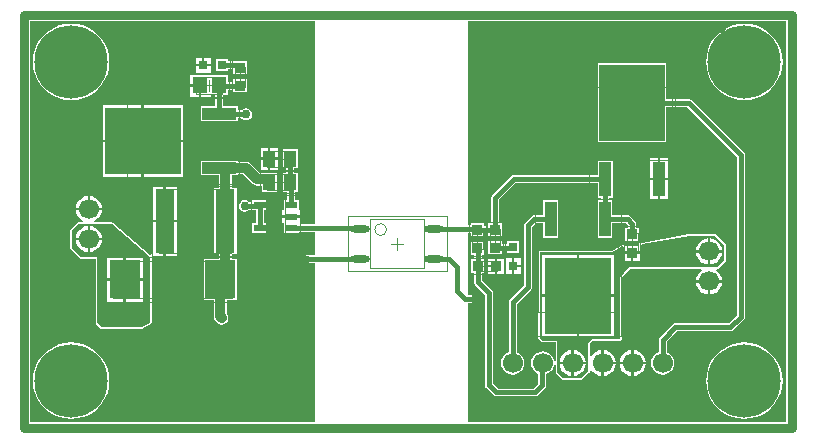
<source format=gtl>
G04*
G04 #@! TF.GenerationSoftware,Altium Limited,Altium Designer,18.1.11 (251)*
G04*
G04 Layer_Physical_Order=1*
G04 Layer_Color=255*
%FSLAX25Y25*%
%MOIN*%
G70*
G01*
G75*
%ADD13C,0.00197*%
%ADD15C,0.00650*%
%ADD16C,0.03000*%
%ADD17C,0.00394*%
%ADD18R,0.04134X0.02362*%
%ADD19R,0.03937X0.05315*%
%ADD20R,0.03543X0.03347*%
%ADD21R,0.03150X0.03150*%
%ADD22R,0.10197X0.12756*%
%ADD23R,0.11811X0.03937*%
%ADD24R,0.25197X0.21850*%
%ADD25R,0.06496X0.21260*%
%ADD26R,0.05118X0.05709*%
%ADD27O,0.06496X0.02362*%
%ADD28R,0.03150X0.03150*%
%ADD29R,0.03937X0.11811*%
%ADD30R,0.21850X0.25197*%
%ADD31R,0.03347X0.03543*%
%ADD48C,0.03200*%
%ADD49C,0.01600*%
%ADD50C,0.24410*%
%ADD51C,0.06693*%
%ADD52C,0.02953*%
G36*
X97097Y67889D02*
X92475D01*
X92240Y68291D01*
Y70073D01*
X89173D01*
X86106D01*
Y68291D01*
X86606D01*
Y65051D01*
X91740D01*
Y65238D01*
X97097D01*
Y57743D01*
X94624D01*
X94116Y57642D01*
X93686Y57355D01*
X93572Y57240D01*
X93493Y57225D01*
X93063Y56937D01*
X92775Y56507D01*
X92674Y56000D01*
X92775Y55493D01*
X93063Y55063D01*
X93493Y54775D01*
X94000Y54675D01*
X94206D01*
X94713Y54775D01*
X95144Y55063D01*
X95173Y55092D01*
X97097D01*
Y2039D01*
X2039D01*
Y135756D01*
X97097D01*
Y67889D01*
D02*
G37*
G36*
X253866Y2039D02*
X148179D01*
Y41756D01*
X150092D01*
X150500Y41675D01*
X151007Y41775D01*
X151437Y42063D01*
X151725Y42493D01*
X151825Y43000D01*
X151725Y43507D01*
X151437Y43937D01*
X151356Y44018D01*
X150926Y44306D01*
X150419Y44407D01*
X148179D01*
Y65092D01*
X148909D01*
Y63870D01*
X153453D01*
Y64816D01*
X154815D01*
Y63968D01*
X159358D01*
Y68315D01*
X158412D01*
Y76223D01*
X163935Y81745D01*
X191272D01*
Y76665D01*
X192375D01*
Y75894D01*
X191193D01*
Y63083D01*
X196130D01*
Y68163D01*
X200829D01*
X201430Y67561D01*
Y66740D01*
X200484D01*
Y62394D01*
X205028D01*
Y66740D01*
X204081D01*
Y68110D01*
X203980Y68617D01*
X203693Y69047D01*
X202315Y70425D01*
X201885Y70713D01*
X201378Y70814D01*
X196130D01*
Y75894D01*
X195026D01*
Y76665D01*
X196209D01*
Y89476D01*
X191272D01*
Y84396D01*
X163386D01*
X162879Y84295D01*
X162449Y84008D01*
X156149Y77709D01*
X155862Y77279D01*
X155761Y76772D01*
Y68315D01*
X154815D01*
Y67467D01*
X153453D01*
Y68217D01*
X148909D01*
Y67743D01*
X148179D01*
Y135756D01*
X253866D01*
Y2039D01*
D02*
G37*
%LPC*%
G36*
X62276Y123575D02*
X60101D01*
Y121400D01*
X62276D01*
Y123575D01*
D02*
G37*
G36*
X59301D02*
X57126D01*
Y121400D01*
X59301D01*
Y123575D01*
D02*
G37*
G36*
X68075Y123075D02*
X63925D01*
Y118925D01*
X68075D01*
Y119675D01*
X69728D01*
Y117929D01*
X74272D01*
Y122276D01*
X71255D01*
X71127Y122301D01*
X70098D01*
X69975Y122326D01*
X68075D01*
Y123075D01*
D02*
G37*
G36*
X62276Y120600D02*
X57126D01*
Y118528D01*
X57126Y118425D01*
X56879Y118028D01*
X55102D01*
Y114573D01*
X58661D01*
Y114173D01*
X59061D01*
Y110319D01*
X62221D01*
Y110819D01*
X63635D01*
Y107153D01*
X58555D01*
Y102216D01*
X71366D01*
Y103267D01*
X72447D01*
X72575Y103075D01*
X73229Y102638D01*
X74000Y102485D01*
X74771Y102638D01*
X75425Y103075D01*
X75862Y103729D01*
X76015Y104500D01*
X75862Y105271D01*
X75425Y105925D01*
X74771Y106362D01*
X74000Y106515D01*
X73229Y106362D01*
X72575Y105925D01*
X72571Y105918D01*
X71366D01*
Y107153D01*
X66286D01*
Y110819D01*
X68020D01*
Y112674D01*
X69728D01*
Y111827D01*
X74272D01*
Y116173D01*
X69728D01*
Y115325D01*
X68020D01*
Y117528D01*
X62574D01*
X62334Y117768D01*
X62230Y118028D01*
X62276Y118425D01*
X62276Y118505D01*
Y120600D01*
D02*
G37*
G36*
X58261Y113773D02*
X55102D01*
Y110319D01*
X58261D01*
Y113773D01*
D02*
G37*
G36*
X15748Y134791D02*
X13754Y134634D01*
X11810Y134168D01*
X9962Y133402D01*
X8257Y132357D01*
X6737Y131059D01*
X5438Y129538D01*
X4393Y127833D01*
X3628Y125985D01*
X3161Y124041D01*
X3004Y122047D01*
X3161Y120054D01*
X3628Y118109D01*
X4393Y116262D01*
X5438Y114557D01*
X6737Y113036D01*
X8257Y111737D01*
X9962Y110692D01*
X11810Y109927D01*
X13754Y109460D01*
X15748Y109303D01*
X17742Y109460D01*
X19686Y109927D01*
X21534Y110692D01*
X23239Y111737D01*
X24759Y113036D01*
X26058Y114557D01*
X27103Y116262D01*
X27868Y118109D01*
X28335Y120054D01*
X28492Y122047D01*
X28335Y124041D01*
X27868Y125985D01*
X27103Y127833D01*
X26058Y129538D01*
X24759Y131059D01*
X23239Y132357D01*
X21534Y133402D01*
X19686Y134168D01*
X17742Y134634D01*
X15748Y134791D01*
D02*
G37*
G36*
X53165Y107595D02*
X39967D01*
Y96069D01*
X53165D01*
Y107595D01*
D02*
G37*
G36*
X39167D02*
X25969D01*
Y96069D01*
X39167D01*
Y107595D01*
D02*
G37*
G36*
X84709Y93421D02*
X82140D01*
Y90164D01*
X84709D01*
Y93421D01*
D02*
G37*
G36*
X81340D02*
X78772D01*
Y90164D01*
X81340D01*
Y93421D01*
D02*
G37*
G36*
X84709Y89364D02*
X82140D01*
Y86106D01*
X84709D01*
Y89364D01*
D02*
G37*
G36*
X81340D02*
X78772D01*
Y86106D01*
X81340D01*
Y89364D01*
D02*
G37*
G36*
X53165Y95269D02*
X39967D01*
Y83744D01*
X53165D01*
Y95269D01*
D02*
G37*
G36*
X39167D02*
X25969D01*
Y83744D01*
X39167D01*
Y95269D01*
D02*
G37*
G36*
X71366Y89122D02*
X58555D01*
Y84185D01*
X64997D01*
Y80130D01*
X63390D01*
Y57870D01*
X64997D01*
Y56378D01*
X59902D01*
Y42622D01*
X63359D01*
Y37206D01*
X63522Y36387D01*
X63986Y35692D01*
X64071Y35608D01*
X64486Y34986D01*
X65181Y34522D01*
X66000Y34359D01*
X66819Y34522D01*
X67514Y34986D01*
X67978Y35681D01*
X68141Y36500D01*
Y36706D01*
X67978Y37526D01*
X67641Y38030D01*
Y42622D01*
X71098D01*
Y56378D01*
X69279D01*
Y57870D01*
X70886D01*
Y80130D01*
X69279D01*
Y84185D01*
X71366D01*
Y84512D01*
X73085D01*
X76217Y81381D01*
X76911Y80917D01*
X77731Y80753D01*
X79272D01*
Y78732D01*
X84209D01*
Y85047D01*
X79272D01*
Y85036D01*
X78618D01*
X75486Y88168D01*
X74791Y88632D01*
X73972Y88795D01*
X71366D01*
Y89122D01*
D02*
G37*
G36*
X22053Y77323D02*
Y73392D01*
X25985D01*
X25888Y74127D01*
X25450Y75184D01*
X24754Y76092D01*
X23845Y76789D01*
X22788Y77227D01*
X22053Y77323D01*
D02*
G37*
G36*
X21253D02*
X20519Y77227D01*
X19462Y76789D01*
X18554Y76092D01*
X17857Y75184D01*
X17419Y74127D01*
X17322Y73392D01*
X21253D01*
Y77323D01*
D02*
G37*
G36*
X91295Y92921D02*
X86358D01*
Y86606D01*
X87501D01*
Y85047D01*
X86358D01*
Y78732D01*
X87674D01*
Y75894D01*
X86606D01*
Y72654D01*
X86106D01*
Y70872D01*
X89173D01*
X92240D01*
Y72654D01*
X91740D01*
Y75894D01*
X90325D01*
Y78732D01*
X91295D01*
Y85047D01*
X90152D01*
Y86606D01*
X91295D01*
Y92921D01*
D02*
G37*
G36*
X51110Y80630D02*
X47262D01*
Y69400D01*
X51110D01*
Y80630D01*
D02*
G37*
G36*
X46462D02*
X42614D01*
Y69400D01*
X46462D01*
Y80630D01*
D02*
G37*
G36*
X25985Y72592D02*
X21654D01*
X17322D01*
X17419Y71858D01*
X17857Y70800D01*
X18554Y69892D01*
X19462Y69195D01*
X19834Y69041D01*
X19735Y68541D01*
X18000D01*
X18000Y68541D01*
X17617Y68383D01*
Y68383D01*
X15617Y66383D01*
X15459Y66000D01*
X15459Y66000D01*
Y60000D01*
X15617Y59617D01*
X18617Y56617D01*
X19000Y56459D01*
X19000Y56459D01*
X23959Y56459D01*
Y35000D01*
X23959Y35000D01*
X24117Y34617D01*
X24117Y34617D01*
X25624Y33111D01*
X25627Y33110D01*
X25629Y33106D01*
X25818Y33031D01*
X26006Y32952D01*
X26010Y32954D01*
X26013Y32952D01*
X39507Y33125D01*
X39626Y33177D01*
X39755Y33189D01*
X42255Y34523D01*
X42307Y34586D01*
X42383Y34617D01*
X42434Y34740D01*
X42518Y34842D01*
X42510Y34924D01*
X42541Y35000D01*
Y56900D01*
X42560Y57022D01*
X42650Y57129D01*
X42932Y57370D01*
X46462D01*
Y68600D01*
X42614D01*
Y57846D01*
X42114Y57620D01*
X29858Y68406D01*
X29677Y68468D01*
X29500Y68541D01*
X23572D01*
X23473Y69041D01*
X23845Y69195D01*
X24754Y69892D01*
X25450Y70800D01*
X25888Y71858D01*
X25985Y72592D01*
D02*
G37*
G36*
X73622Y76031D02*
X72851Y75877D01*
X72197Y75441D01*
X71760Y74787D01*
X71607Y74016D01*
X71760Y73245D01*
X72197Y72591D01*
X72851Y72154D01*
X73622Y72001D01*
X74393Y72154D01*
X75047Y72591D01*
X75179Y72789D01*
X75976D01*
Y72531D01*
X77218D01*
Y68413D01*
X75976D01*
Y65051D01*
X81110D01*
Y68413D01*
X79869D01*
Y72531D01*
X81110D01*
Y75894D01*
X75976D01*
Y75440D01*
X75048D01*
X75047Y75441D01*
X74393Y75877D01*
X73622Y76031D01*
D02*
G37*
G36*
X51110Y68600D02*
X47262D01*
Y57370D01*
X51110D01*
Y68600D01*
D02*
G37*
G36*
X15748Y28492D02*
X13754Y28335D01*
X11810Y27868D01*
X9962Y27103D01*
X8257Y26058D01*
X6737Y24759D01*
X5438Y23239D01*
X4393Y21534D01*
X3628Y19686D01*
X3161Y17742D01*
X3004Y15748D01*
X3161Y13754D01*
X3628Y11810D01*
X4393Y9962D01*
X5438Y8257D01*
X6737Y6737D01*
X8257Y5438D01*
X9962Y4393D01*
X11810Y3628D01*
X13754Y3161D01*
X15748Y3004D01*
X17742Y3161D01*
X19686Y3628D01*
X21534Y4393D01*
X23239Y5438D01*
X24759Y6737D01*
X26058Y8257D01*
X27103Y9962D01*
X27868Y11810D01*
X28335Y13754D01*
X28492Y15748D01*
X28335Y17742D01*
X27868Y19686D01*
X27103Y21534D01*
X26058Y23239D01*
X24759Y24759D01*
X23239Y26058D01*
X21534Y27103D01*
X19686Y27868D01*
X17742Y28335D01*
X15748Y28492D01*
D02*
G37*
%LPD*%
G36*
X42000Y57000D02*
Y35000D01*
X39500Y33667D01*
X26006Y33494D01*
X24500Y35000D01*
Y57000D01*
X19000Y57000D01*
X16000Y60000D01*
Y66000D01*
X18000Y68000D01*
X29500D01*
X42000Y57000D01*
D02*
G37*
%LPC*%
G36*
X22053Y67323D02*
Y63392D01*
X25985D01*
X25888Y64127D01*
X25450Y65184D01*
X24754Y66092D01*
X23845Y66789D01*
X22788Y67227D01*
X22053Y67323D01*
D02*
G37*
G36*
X21253D02*
X20519Y67227D01*
X19462Y66789D01*
X18554Y66092D01*
X17857Y65184D01*
X17419Y64127D01*
X17322Y63392D01*
X21253D01*
Y67323D01*
D02*
G37*
G36*
Y62592D02*
X17322D01*
X17419Y61857D01*
X17857Y60800D01*
X18554Y59892D01*
X19462Y59196D01*
X20519Y58758D01*
X21253Y58661D01*
Y62592D01*
D02*
G37*
G36*
X25985D02*
X22053D01*
Y58661D01*
X22788Y58758D01*
X23845Y59196D01*
X24754Y59892D01*
X25450Y60800D01*
X25888Y61857D01*
X25985Y62592D01*
D02*
G37*
G36*
X39630Y56878D02*
X33931D01*
Y49900D01*
X39630D01*
Y56878D01*
D02*
G37*
G36*
X33132D02*
X27433D01*
Y49900D01*
X33132D01*
Y56878D01*
D02*
G37*
G36*
X39630Y49100D02*
X33931D01*
Y42122D01*
X39630D01*
Y49100D01*
D02*
G37*
G36*
X33132D02*
X27433D01*
Y42122D01*
X33132D01*
Y49100D01*
D02*
G37*
G36*
X240158Y134791D02*
X238164Y134634D01*
X236219Y134168D01*
X234372Y133402D01*
X232667Y132357D01*
X231146Y131059D01*
X229847Y129538D01*
X228802Y127833D01*
X228037Y125985D01*
X227570Y124041D01*
X227414Y122047D01*
X227570Y120054D01*
X228037Y118109D01*
X228802Y116262D01*
X229847Y114557D01*
X231146Y113036D01*
X232667Y111737D01*
X234372Y110692D01*
X236219Y109927D01*
X238164Y109460D01*
X240158Y109303D01*
X242151Y109460D01*
X244096Y109927D01*
X245943Y110692D01*
X247648Y111737D01*
X249169Y113036D01*
X250468Y114557D01*
X251513Y116262D01*
X252278Y118109D01*
X252745Y120054D01*
X252902Y122047D01*
X252745Y124041D01*
X252278Y125985D01*
X251513Y127833D01*
X250468Y129538D01*
X249169Y131059D01*
X247648Y132357D01*
X245943Y133402D01*
X244096Y134168D01*
X242151Y134634D01*
X240158Y134791D01*
D02*
G37*
G36*
X214740Y89976D02*
X212172D01*
Y83471D01*
X214740D01*
Y89976D01*
D02*
G37*
G36*
X211372D02*
X208803D01*
Y83471D01*
X211372D01*
Y89976D01*
D02*
G37*
G36*
X214740Y82671D02*
X212172D01*
Y76165D01*
X214740D01*
Y82671D01*
D02*
G37*
G36*
X211372D02*
X208803D01*
Y76165D01*
X211372D01*
Y82671D01*
D02*
G37*
G36*
X230500Y64541D02*
X230500Y64541D01*
X221897Y64541D01*
X221852Y64523D01*
X221804Y64533D01*
X205884Y61782D01*
X205867Y61771D01*
X205847Y61774D01*
X205398Y61663D01*
X205280Y61576D01*
X205145Y61520D01*
X205119Y61458D01*
X205064Y61418D01*
X205042Y61273D01*
X204986Y61138D01*
X204986Y61138D01*
Y60638D01*
X200484D01*
X200061Y60824D01*
X199824Y60962D01*
X199752Y60972D01*
X199695Y61016D01*
X199554Y60998D01*
X199413Y61017D01*
X199355Y60973D01*
X199284Y60964D01*
X195914Y59041D01*
X172000D01*
X171617Y58883D01*
X171459Y58500D01*
X171459Y30000D01*
X171459Y30000D01*
X171617Y29617D01*
X171617Y29617D01*
X172582Y28653D01*
X172582Y28653D01*
X172965Y28494D01*
X172965Y28494D01*
X177203Y28494D01*
Y22371D01*
X176703Y22338D01*
X176661Y22658D01*
X176273Y23593D01*
X175657Y24397D01*
X174853Y25013D01*
X173917Y25401D01*
X172913Y25533D01*
X171909Y25401D01*
X170974Y25013D01*
X170170Y24397D01*
X169553Y23593D01*
X169166Y22658D01*
X169034Y21654D01*
X169166Y20649D01*
X169553Y19714D01*
X170170Y18910D01*
X170974Y18294D01*
X171509Y18072D01*
Y14722D01*
X169923Y13137D01*
X158029D01*
X156325Y14840D01*
Y45000D01*
X156225Y45507D01*
X155937Y45937D01*
X152605Y49270D01*
Y51665D01*
X153453D01*
Y56209D01*
X152556D01*
Y57768D01*
X153453D01*
Y62114D01*
X148909D01*
Y57768D01*
X149905D01*
Y56209D01*
X149106D01*
Y51665D01*
X149954D01*
Y48720D01*
X150055Y48213D01*
X150342Y47783D01*
X153674Y44451D01*
Y14291D01*
X153775Y13784D01*
X154063Y13354D01*
X156543Y10874D01*
X156973Y10586D01*
X157480Y10486D01*
X170472D01*
X170980Y10587D01*
X171410Y10874D01*
X173772Y13236D01*
X174059Y13666D01*
X174160Y14173D01*
Y18007D01*
X174853Y18294D01*
X175657Y18910D01*
X176273Y19714D01*
X176661Y20649D01*
X176703Y20969D01*
X177203Y20936D01*
Y18535D01*
X177203Y18535D01*
X177361Y18153D01*
X177361Y18153D01*
X179361Y16153D01*
X179744Y15994D01*
X179744Y15994D01*
X185744D01*
X185744Y15994D01*
X186127Y16153D01*
X188383Y18409D01*
X188541Y18791D01*
X188541Y18791D01*
Y19545D01*
X189041Y19644D01*
X189117Y19462D01*
X189813Y18554D01*
X190721Y17857D01*
X191779Y17419D01*
X192513Y17322D01*
Y21654D01*
Y25985D01*
X191779Y25888D01*
X190721Y25450D01*
X189813Y24754D01*
X189117Y23845D01*
X189041Y23663D01*
X188541Y23763D01*
Y28067D01*
X189433Y28959D01*
X198744D01*
X199127Y29117D01*
X199285Y29500D01*
X199285Y49832D01*
X202021Y52959D01*
X225781D01*
X225950Y52459D01*
X225247Y51919D01*
X224550Y51011D01*
X224112Y49954D01*
X224015Y49219D01*
X228346D01*
X232678D01*
X232581Y49954D01*
X232143Y51011D01*
X231446Y51919D01*
X230743Y52459D01*
X230765Y52524D01*
X231000Y52959D01*
X231383Y53117D01*
X231383Y53117D01*
X233883Y55617D01*
X234041Y56000D01*
X234041Y56000D01*
X234041Y61000D01*
X233883Y61383D01*
X230883Y64383D01*
Y64383D01*
X230500Y64541D01*
D02*
G37*
G36*
X178098Y75894D02*
X173161D01*
Y70814D01*
X169988D01*
X169481Y70713D01*
X169051Y70425D01*
X167063Y68437D01*
X166775Y68007D01*
X166674Y67500D01*
Y47549D01*
X162063Y42937D01*
X161775Y42507D01*
X161674Y42000D01*
Y25304D01*
X160974Y25013D01*
X160170Y24397D01*
X159554Y23593D01*
X159166Y22658D01*
X159034Y21654D01*
X159166Y20649D01*
X159554Y19714D01*
X160170Y18910D01*
X160974Y18294D01*
X161909Y17906D01*
X162913Y17774D01*
X163918Y17906D01*
X164853Y18294D01*
X165657Y18910D01*
X166273Y19714D01*
X166661Y20649D01*
X166793Y21654D01*
X166661Y22658D01*
X166273Y23593D01*
X165657Y24397D01*
X164853Y25013D01*
X164325Y25232D01*
Y41451D01*
X168937Y46063D01*
X169225Y46493D01*
X169325Y47000D01*
Y66951D01*
X170537Y68163D01*
X173161D01*
Y63083D01*
X178098D01*
Y75894D01*
D02*
G37*
G36*
X165067Y62311D02*
X160917D01*
Y61463D01*
X159358D01*
Y62213D01*
X154815D01*
Y57866D01*
X159358D01*
Y58812D01*
X160917D01*
Y58161D01*
X165067D01*
Y62311D01*
D02*
G37*
G36*
X163392Y56512D02*
Y54337D01*
X165567D01*
Y56512D01*
X163392D01*
D02*
G37*
G36*
X156982Y56709D02*
X154709D01*
Y54337D01*
X156982D01*
Y56709D01*
D02*
G37*
G36*
X165567Y53537D02*
X163392D01*
Y51362D01*
X165567D01*
Y53537D01*
D02*
G37*
G36*
X156982D02*
X154709D01*
Y51165D01*
X156982D01*
Y53537D01*
D02*
G37*
G36*
X160055Y56709D02*
X159999Y56709D01*
X157782D01*
Y53937D01*
X157382D01*
D01*
X157782D01*
Y51165D01*
X159999D01*
X160055Y51165D01*
X160474Y51362D01*
X160555Y51362D01*
X162592D01*
Y53937D01*
Y56512D01*
X160474Y56512D01*
X160055Y56709D01*
D02*
G37*
G36*
X227946Y48419D02*
X224015D01*
X224112Y47684D01*
X224550Y46627D01*
X225247Y45719D01*
X226154Y45022D01*
X227212Y44584D01*
X227946Y44488D01*
Y48419D01*
D02*
G37*
G36*
X232678D02*
X228746D01*
Y44488D01*
X229481Y44584D01*
X230538Y45022D01*
X231446Y45719D01*
X232143Y46627D01*
X232581Y47684D01*
X232678Y48419D01*
D02*
G37*
G36*
X203313Y25985D02*
Y22053D01*
X207245D01*
X207148Y22788D01*
X206710Y23845D01*
X206013Y24754D01*
X205105Y25450D01*
X204048Y25888D01*
X203313Y25985D01*
D02*
G37*
G36*
X202513D02*
X201779Y25888D01*
X200721Y25450D01*
X199813Y24754D01*
X199117Y23845D01*
X198679Y22788D01*
X198582Y22053D01*
X202513D01*
Y25985D01*
D02*
G37*
G36*
X193313D02*
Y22053D01*
X197245D01*
X197148Y22788D01*
X196710Y23845D01*
X196013Y24754D01*
X195105Y25450D01*
X194048Y25888D01*
X193313Y25985D01*
D02*
G37*
G36*
X214181Y121563D02*
X191331D01*
Y95366D01*
X214181D01*
Y107139D01*
X220986D01*
X237674Y90451D01*
Y37549D01*
X234951Y34826D01*
X217000D01*
X216493Y34725D01*
X216063Y34437D01*
X211976Y30351D01*
X211689Y29921D01*
X211588Y29413D01*
Y25268D01*
X210974Y25013D01*
X210170Y24397D01*
X209554Y23593D01*
X209166Y22658D01*
X209034Y21654D01*
X209166Y20649D01*
X209554Y19714D01*
X210170Y18910D01*
X210974Y18294D01*
X211909Y17906D01*
X212913Y17774D01*
X213917Y17906D01*
X214853Y18294D01*
X215657Y18910D01*
X216273Y19714D01*
X216661Y20649D01*
X216793Y21654D01*
X216661Y22658D01*
X216273Y23593D01*
X215657Y24397D01*
X214853Y25013D01*
X214239Y25268D01*
Y28864D01*
X217549Y32175D01*
X235500D01*
X236007Y32275D01*
X236437Y32563D01*
X239937Y36063D01*
X240225Y36493D01*
X240325Y37000D01*
Y91000D01*
X240225Y91507D01*
X239937Y91937D01*
X222473Y109402D01*
X222043Y109689D01*
X221535Y109790D01*
X214181D01*
Y121563D01*
D02*
G37*
G36*
X207245Y21253D02*
X203313D01*
Y17322D01*
X204048Y17419D01*
X205105Y17857D01*
X206013Y18554D01*
X206710Y19462D01*
X207148Y20519D01*
X207245Y21253D01*
D02*
G37*
G36*
X202513D02*
X198582D01*
X198679Y20519D01*
X199117Y19462D01*
X199813Y18554D01*
X200721Y17857D01*
X201779Y17419D01*
X202513Y17322D01*
Y21253D01*
D02*
G37*
G36*
X197245D02*
X193313D01*
Y17322D01*
X194048Y17419D01*
X195105Y17857D01*
X196013Y18554D01*
X196710Y19462D01*
X197148Y20519D01*
X197245Y21253D01*
D02*
G37*
G36*
X240158Y28492D02*
X238164Y28335D01*
X236219Y27868D01*
X234372Y27103D01*
X232667Y26058D01*
X231146Y24759D01*
X229847Y23239D01*
X228802Y21534D01*
X228037Y19686D01*
X227570Y17742D01*
X227414Y15748D01*
X227570Y13754D01*
X228037Y11810D01*
X228802Y9962D01*
X229847Y8257D01*
X231146Y6737D01*
X232667Y5438D01*
X234372Y4393D01*
X236219Y3628D01*
X238164Y3161D01*
X240158Y3004D01*
X242151Y3161D01*
X244096Y3628D01*
X245943Y4393D01*
X247648Y5438D01*
X249169Y6737D01*
X250468Y8257D01*
X251513Y9962D01*
X252278Y11810D01*
X252745Y13754D01*
X252902Y15748D01*
X252745Y17742D01*
X252278Y19686D01*
X251513Y21534D01*
X250468Y23239D01*
X249169Y24759D01*
X247648Y26058D01*
X245943Y27103D01*
X244096Y27868D01*
X242151Y28335D01*
X240158Y28492D01*
D02*
G37*
%LPD*%
G36*
X230500Y64000D02*
X233500Y61000D01*
X233500Y56000D01*
X231000Y53500D01*
X201776D01*
X198744Y50035D01*
X198744Y29500D01*
X189209D01*
X188000Y28291D01*
Y18791D01*
X185744Y16535D01*
X179744D01*
X177744Y18535D01*
Y29035D01*
X172965Y29035D01*
X172000Y30000D01*
X172000Y58500D01*
X196058D01*
X199552Y60494D01*
X199984Y60243D01*
Y58865D01*
X205528D01*
Y61138D01*
X205528Y61138D01*
X205976Y61248D01*
X221897Y64000D01*
X230500Y64000D01*
D02*
G37*
%LPC*%
G36*
X228746Y63150D02*
Y59219D01*
X232678D01*
X232581Y59953D01*
X232143Y61011D01*
X231446Y61919D01*
X230538Y62616D01*
X229481Y63054D01*
X228746Y63150D01*
D02*
G37*
G36*
X227946D02*
X227212Y63054D01*
X226154Y62616D01*
X225247Y61919D01*
X224550Y61011D01*
X224112Y59953D01*
X224015Y59219D01*
X227946D01*
Y63150D01*
D02*
G37*
G36*
X205528Y58065D02*
X203156D01*
Y55791D01*
X205528D01*
Y58065D01*
D02*
G37*
G36*
X202356D02*
X199984D01*
Y55791D01*
X202356D01*
Y58065D01*
D02*
G37*
G36*
X227946Y58419D02*
X224015D01*
X224112Y57684D01*
X224550Y56627D01*
X225247Y55719D01*
X226154Y55022D01*
X227212Y54584D01*
X227946Y54488D01*
Y58419D01*
D02*
G37*
G36*
X232678D02*
X228746D01*
Y54488D01*
X229481Y54584D01*
X230538Y55022D01*
X231446Y55719D01*
X232143Y56627D01*
X232581Y57684D01*
X232678Y58419D01*
D02*
G37*
G36*
X196571Y57693D02*
X185046D01*
Y44495D01*
X196571D01*
Y57693D01*
D02*
G37*
G36*
X184246D02*
X172721D01*
Y44495D01*
X184246D01*
Y57693D01*
D02*
G37*
G36*
X196571Y43694D02*
X185046D01*
Y30496D01*
X196571D01*
Y43694D01*
D02*
G37*
G36*
X184246D02*
X172721D01*
Y30496D01*
X184246D01*
Y43694D01*
D02*
G37*
G36*
X183313Y25985D02*
Y22053D01*
X187245D01*
X187148Y22788D01*
X186710Y23845D01*
X186013Y24754D01*
X185105Y25450D01*
X184048Y25888D01*
X183313Y25985D01*
D02*
G37*
G36*
X182513D02*
X181779Y25888D01*
X180721Y25450D01*
X179814Y24754D01*
X179117Y23845D01*
X178679Y22788D01*
X178582Y22053D01*
X182513D01*
Y25985D01*
D02*
G37*
G36*
X187245Y21253D02*
X183313D01*
Y17322D01*
X184048Y17419D01*
X185105Y17857D01*
X186013Y18554D01*
X186710Y19462D01*
X187148Y20519D01*
X187245Y21253D01*
D02*
G37*
G36*
X182513D02*
X178582D01*
X178679Y20519D01*
X179117Y19462D01*
X179814Y18554D01*
X180721Y17857D01*
X181779Y17419D01*
X182513Y17322D01*
Y21253D01*
D02*
G37*
%LPD*%
D13*
X75590Y77756D02*
X92126D01*
X75590Y63189D02*
X92126D01*
X75590D02*
Y77756D01*
X92126Y63189D02*
Y77756D01*
X91780Y78150D02*
Y85630D01*
X78787Y78150D02*
Y85630D01*
Y78150D02*
X91780D01*
X78787Y85630D02*
X91780D01*
X74756Y111343D02*
Y122760D01*
X69244Y111343D02*
Y122760D01*
X74756D01*
X69244Y111343D02*
X74756D01*
X57142Y118441D02*
X68362D01*
X68559D02*
Y123559D01*
X57142D02*
X68362D01*
X57142Y118441D02*
Y123559D01*
X27468Y42020D02*
Y56980D01*
X71563Y42020D02*
Y56980D01*
X27468D02*
X71563D01*
X27468Y42020D02*
X71563D01*
X25984Y109941D02*
X71653D01*
X25984Y81398D02*
X71653D01*
X25984D02*
Y109941D01*
X71653Y81398D02*
Y109941D01*
X42630Y80614D02*
X71370D01*
X42630Y57386D02*
X71370D01*
X42630D02*
Y80614D01*
X71370Y57386D02*
Y80614D01*
X55118Y110236D02*
X68504D01*
X55118Y118110D02*
X68504D01*
Y110236D02*
Y118110D01*
X55118Y110236D02*
Y118110D01*
X107874Y52165D02*
X140945D01*
X107874Y70669D02*
X140945D01*
Y52165D02*
Y70669D01*
X107874Y52165D02*
Y70669D01*
X160433Y51378D02*
X165551D01*
X160433D02*
Y62598D01*
Y62795D02*
X165551D01*
Y51378D02*
Y62598D01*
X217028Y76378D02*
Y122047D01*
X188484Y76378D02*
Y122047D01*
X217028D01*
X188484Y76378D02*
X217028D01*
X170374Y30512D02*
Y76181D01*
X198917Y30512D02*
Y76181D01*
X170374Y30512D02*
X198917D01*
X170374Y76181D02*
X198917D01*
X200000Y55807D02*
Y67224D01*
X205512Y55807D02*
Y67224D01*
X200000Y55807D02*
X205512D01*
X200000Y67224D02*
X205512D01*
X78787Y86024D02*
Y93504D01*
X91780Y86024D02*
Y93504D01*
X78787D02*
X91780D01*
X78787Y86024D02*
X91780D01*
X153937Y57284D02*
Y68701D01*
X148425Y57284D02*
Y68701D01*
X153937D01*
X148425Y57284D02*
X153937D01*
X160039Y51181D02*
Y56693D01*
X148622Y51181D02*
Y56693D01*
Y51181D02*
X160039D01*
X148622Y56693D02*
X160039D01*
X154331Y68799D02*
X159843D01*
X154331Y57382D02*
X159843D01*
Y68799D01*
X154331Y57382D02*
Y68799D01*
D15*
X225385Y30878D02*
Y27379D01*
Y30878D02*
X226718Y27379D01*
X228051Y30878D02*
X226718Y27379D01*
X228051Y30878D02*
Y27379D01*
X229051Y30878D02*
Y27379D01*
X231383Y30878D02*
Y27379D01*
X229051Y29212D02*
X231383D01*
X234016Y30878D02*
X232350Y28545D01*
X234849D01*
X234016Y30878D02*
Y27379D01*
X224380Y135393D02*
Y131894D01*
Y135393D02*
X225713Y131894D01*
X227046Y135393D02*
X225713Y131894D01*
X227046Y135393D02*
Y131894D01*
X228046Y135393D02*
Y131894D01*
X230379Y135393D02*
Y131894D01*
X228046Y133727D02*
X230379D01*
X231678Y135393D02*
X233511D01*
X232511Y134060D01*
X233011D01*
X233345Y133893D01*
X233511Y133727D01*
X233678Y133227D01*
Y132893D01*
X233511Y132393D01*
X233178Y132060D01*
X232678Y131894D01*
X232178D01*
X231678Y132060D01*
X231512Y132227D01*
X231345Y132560D01*
X4891Y32873D02*
Y29374D01*
Y32873D02*
X6224Y29374D01*
X7557Y32873D02*
X6224Y29374D01*
X7557Y32873D02*
Y29374D01*
X8557Y32873D02*
Y29374D01*
X10890Y32873D02*
Y29374D01*
X8557Y31207D02*
X10890D01*
X12023Y32040D02*
Y32207D01*
X12190Y32540D01*
X12356Y32707D01*
X12689Y32873D01*
X13356D01*
X13689Y32707D01*
X13856Y32540D01*
X14023Y32207D01*
Y31874D01*
X13856Y31540D01*
X13523Y31040D01*
X11856Y29374D01*
X14189D01*
X29097Y133873D02*
Y130374D01*
Y133873D02*
X30430Y130374D01*
X31763Y133873D02*
X30430Y130374D01*
X31763Y133873D02*
Y130374D01*
X32763Y133873D02*
Y130374D01*
X35096Y133873D02*
Y130374D01*
X32763Y132207D02*
X35096D01*
X36062Y133207D02*
X36395Y133373D01*
X36895Y133873D01*
Y130374D01*
D16*
X0Y137795D02*
X255906D01*
X0Y0D02*
Y137795D01*
X255906Y0D02*
Y137795D01*
X0Y0D02*
X255906D01*
D17*
X120866Y66142D02*
G03*
X120866Y66142I-1969J0D01*
G01*
X80610Y76673D02*
X87106D01*
X80610Y64272D02*
X87106D01*
X80610D02*
Y76673D01*
X87106Y64272D02*
Y76673D01*
X89417Y79232D02*
Y84547D01*
X81150Y79232D02*
Y84547D01*
Y79232D02*
X89417D01*
X81150Y84547D02*
X89417D01*
X73772Y113705D02*
Y120398D01*
X70228Y113705D02*
Y120398D01*
X73772D01*
X70228Y113705D02*
X73772D01*
X29831Y43201D02*
Y55799D01*
X69201Y43201D02*
Y55799D01*
X29831D02*
X69201D01*
X29831Y43201D02*
X69201D01*
X34252Y108957D02*
X58661D01*
X34252Y82382D02*
X58661D01*
X34252D02*
Y108957D01*
X58661Y82382D02*
Y108957D01*
X44992Y79630D02*
X69008D01*
X44992Y58370D02*
X69008D01*
X44992D02*
Y79630D01*
X69008Y58370D02*
Y79630D01*
X57480Y111319D02*
X66142D01*
X57480Y117028D02*
X66142D01*
Y111319D02*
Y117028D01*
X57480Y111319D02*
Y117028D01*
X115354Y53150D02*
X133465D01*
X115354Y69685D02*
X133465D01*
Y53150D02*
Y69685D01*
X115354Y53150D02*
Y69685D01*
X216043Y89370D02*
Y113779D01*
X189469Y89370D02*
Y113779D01*
X216043D01*
X189469Y89370D02*
X216043D01*
X171358Y38780D02*
Y63189D01*
X197933Y38780D02*
Y63189D01*
X171358Y38780D02*
X197933D01*
X171358Y63189D02*
X197933D01*
X200984Y58169D02*
Y64862D01*
X204527Y58169D02*
Y64862D01*
X200984Y58169D02*
X204527D01*
X200984Y64862D02*
X204527D01*
X81150Y87106D02*
Y92421D01*
X89417Y87106D02*
Y92421D01*
X81150D02*
X89417D01*
X81150Y87106D02*
X89417D01*
X152953Y59646D02*
Y66339D01*
X149409Y59646D02*
Y66339D01*
X152953D01*
X149409Y59646D02*
X152953D01*
X157677Y52165D02*
Y55709D01*
X150984Y52165D02*
Y55709D01*
Y52165D02*
X157677D01*
X150984Y55709D02*
X157677D01*
X155315Y66437D02*
X158858D01*
X155315Y59744D02*
X158858D01*
Y66437D01*
X155315Y59744D02*
Y66437D01*
X83858Y68504D02*
Y72441D01*
X81890Y70472D02*
X85827D01*
X83315Y81890D02*
X87252D01*
X85283Y79921D02*
Y83858D01*
X70228Y117051D02*
X73772D01*
X72000Y115279D02*
Y118823D01*
X47547Y49500D02*
X51484D01*
X49516Y47532D02*
Y51468D01*
X48819Y93701D02*
Y97638D01*
X46850Y95669D02*
X50787D01*
X57000Y67032D02*
Y70969D01*
X55032Y69000D02*
X58969D01*
X61811Y112205D02*
Y116142D01*
X59842Y114173D02*
X63779D01*
X124409Y59449D02*
Y63386D01*
X122441Y61417D02*
X126378D01*
X200787Y99213D02*
X204724D01*
X202756Y97244D02*
Y101181D01*
X182677Y53347D02*
X186614D01*
X184646Y51378D02*
Y55315D01*
X200984Y61516D02*
X204527D01*
X202756Y59744D02*
Y63287D01*
X83315Y89764D02*
X87252D01*
X85283Y87795D02*
Y91732D01*
X149409Y62992D02*
X152953D01*
X151181Y61221D02*
Y64764D01*
X152559Y53937D02*
X156102D01*
X154331Y52165D02*
Y55709D01*
X157087Y61319D02*
Y64862D01*
X155315Y63090D02*
X158858D01*
D18*
X78543Y66732D02*
D03*
Y74213D02*
D03*
X89173D02*
D03*
Y70472D02*
D03*
Y66732D02*
D03*
D19*
X88827Y81890D02*
D03*
X81740D02*
D03*
X81740Y89764D02*
D03*
X88827D02*
D03*
D20*
X72000Y120102D02*
D03*
Y114000D02*
D03*
X202756Y58465D02*
D03*
Y64567D02*
D03*
X151181Y66043D02*
D03*
Y59941D02*
D03*
X157087Y66142D02*
D03*
Y60039D02*
D03*
D21*
X59701Y121000D02*
D03*
X66000D02*
D03*
D22*
X33531Y49500D02*
D03*
X65500D02*
D03*
D23*
X64961Y104685D02*
D03*
Y86654D02*
D03*
D24*
X39567Y95669D02*
D03*
D25*
X46862Y69000D02*
D03*
X67138D02*
D03*
D26*
X64961Y114173D02*
D03*
X58661D02*
D03*
D27*
X136713Y66417D02*
D03*
X112106Y56417D02*
D03*
Y66417D02*
D03*
X136713Y56417D02*
D03*
D28*
X162992Y60236D02*
D03*
Y53937D02*
D03*
D29*
X193740Y83071D02*
D03*
X211772D02*
D03*
X193661Y69488D02*
D03*
X175630D02*
D03*
D30*
X202756Y108465D02*
D03*
X184646Y44094D02*
D03*
D31*
X151279Y53937D02*
D03*
X157382D02*
D03*
D48*
X66000Y36500D02*
Y36706D01*
X65500Y37206D02*
X66000Y36706D01*
X65500Y37206D02*
Y49500D01*
X64961Y86654D02*
X73972D01*
X77731Y82895D02*
X81372D01*
X73972Y86654D02*
X77731Y82895D01*
X81372D02*
X81740Y82526D01*
Y81890D02*
Y82526D01*
X67138Y69000D02*
Y85485D01*
X65969Y86654D02*
X67138Y85485D01*
X65500Y49500D02*
X67138Y51138D01*
Y69000D01*
D49*
X202756Y108465D02*
X221535D01*
X239000Y91000D01*
Y37000D02*
Y91000D01*
X235500Y33500D02*
X239000Y37000D01*
X217000Y33500D02*
X235500D01*
X212913Y29413D02*
X217000Y33500D01*
X212913Y21654D02*
Y29413D01*
X162992Y53937D02*
X162996Y53933D01*
X211772Y83071D02*
X211842Y83000D01*
X141583Y56417D02*
X144500Y53500D01*
X136713Y56417D02*
X141583D01*
X144500Y45500D02*
Y53500D01*
Y45500D02*
X146919Y43081D01*
X150419D01*
X150500Y43000D01*
X168000Y67500D02*
X169988Y69488D01*
X175630D01*
X162913Y21654D02*
X163000Y21740D01*
Y42000D02*
X168000Y47000D01*
Y67500D01*
X163000Y21740D02*
Y42000D01*
X64961Y104685D02*
X65053Y104593D01*
X73908D01*
X74000Y104500D01*
X94624Y56417D02*
X112106D01*
X94206Y56000D02*
X94624Y56417D01*
X94000Y56000D02*
X94206D01*
X58488Y114000D02*
X58661Y114173D01*
X89173Y66732D02*
X89342Y66563D01*
X111960D01*
X112106Y66417D01*
X88827Y81890D02*
X89000Y81717D01*
Y74386D02*
Y81717D01*
Y74386D02*
X89173Y74213D01*
X88827Y81890D02*
X88827Y81890D01*
Y89764D01*
X78543Y66732D02*
Y74213D01*
X78445Y74114D02*
X78543Y74213D01*
X73721Y74114D02*
X78445D01*
X73622Y74016D02*
X73721Y74114D01*
X71127Y120976D02*
X72000Y120102D01*
X69999Y120976D02*
X71127D01*
X69975Y121000D02*
X69999Y120976D01*
X66000Y121000D02*
X69975D01*
X64961Y114173D02*
X65134Y114000D01*
X72000D01*
X64961Y104685D02*
Y114173D01*
X155000Y14291D02*
Y45000D01*
X151279Y48720D02*
Y53937D01*
Y48720D02*
X155000Y45000D01*
Y14291D02*
X157480Y11811D01*
X172835Y21575D02*
X172913Y21654D01*
X172835Y14173D02*
Y21575D01*
X157480Y11811D02*
X170472D01*
X172835Y14173D01*
X151181Y59941D02*
X151230Y59892D01*
Y53986D02*
Y59892D01*
Y53986D02*
X151279Y53937D01*
X157087Y60039D02*
X157185Y60138D01*
X162894D01*
X162992Y60236D01*
X202756Y64567D02*
X202756Y64567D01*
Y68110D01*
X193661Y69488D02*
X201378D01*
X202756Y68110D01*
X193701Y83031D02*
X193740Y83071D01*
X193701Y69528D02*
Y83031D01*
X193661Y69488D02*
X193701Y69528D01*
X163386Y83071D02*
X193740D01*
X157087Y76772D02*
X163386Y83071D01*
X157087Y66142D02*
Y76772D01*
X151279Y66142D02*
X157087D01*
X151181Y66043D02*
X151279Y66142D01*
X136713Y66417D02*
X150807D01*
X151181Y66043D01*
D50*
X15748Y122047D02*
D03*
Y15748D02*
D03*
X240158D02*
D03*
Y122047D02*
D03*
D51*
X172913Y21654D02*
D03*
X182913D02*
D03*
X162913D02*
D03*
X202913D02*
D03*
X192913D02*
D03*
X212913D02*
D03*
X228346Y58819D02*
D03*
Y48819D02*
D03*
X21654Y62992D02*
D03*
Y72992D02*
D03*
D52*
X232520Y105039D02*
D03*
X162520Y125039D02*
D03*
X182520D02*
D03*
X202520D02*
D03*
X222520Y85039D02*
D03*
X202520D02*
D03*
X162520Y5039D02*
D03*
X222520Y125039D02*
D03*
X182520Y5039D02*
D03*
X172520Y105039D02*
D03*
X222520Y45039D02*
D03*
X202520Y5039D02*
D03*
X222520D02*
D03*
X202520Y45039D02*
D03*
X82520Y125039D02*
D03*
X92520Y105039D02*
D03*
X82520Y45039D02*
D03*
X92520Y25039D02*
D03*
X82520Y5039D02*
D03*
X72520Y25039D02*
D03*
X62520Y5039D02*
D03*
X42520Y125039D02*
D03*
X52520Y25039D02*
D03*
X42520Y5039D02*
D03*
X22520Y85039D02*
D03*
X32520Y25039D02*
D03*
X12520Y105039D02*
D03*
Y65039D02*
D03*
X27000Y36500D02*
D03*
X40000D02*
D03*
X66000D02*
D03*
X150500Y43000D02*
D03*
X74000Y104500D02*
D03*
X208500Y58500D02*
D03*
X219500D02*
D03*
X94000Y56000D02*
D03*
X73622Y74016D02*
D03*
M02*

</source>
